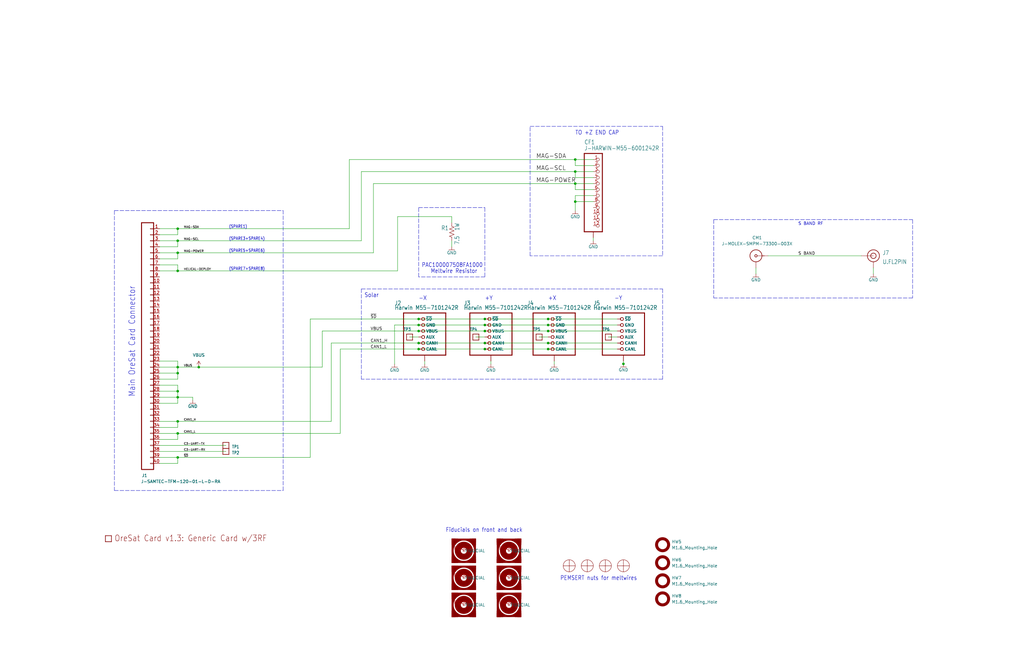
<source format=kicad_sch>
(kicad_sch (version 20211123) (generator eeschema)
  (paper "USLedger")
  (title_block (title "+Z End Card w/ Turnstile") (rev "1.0"))
  (lib_symbols
    (symbol "Device:R_US" (pin_numbers hide) (pin_names (offset 0))
      (property "Reference" "R" (at 2.54 0 90))
      (property "Value" "R_US" (at -2.54 0 90))
      (symbol "R_US_0_1"
        (polyline (pts (xy 0 -2.286) (xy 0 -2.54)))
        (polyline (pts (xy 0 2.286) (xy 0 2.54)))
        (polyline (pts (xy 0 -0.762) (xy 1.016 -1.143) (xy 0 -1.524) (xy -1.016 -1.905) (xy 0 -2.286)))
        (polyline (pts (xy 0 0.762) (xy 1.016 0.381) (xy 0 0) (xy -1.016 -0.381) (xy 0 -0.762)))
        (polyline (pts (xy 0 2.286) (xy 1.016 1.905) (xy 0 1.524) (xy -1.016 1.143) (xy 0 0.762)))
      )
      (symbol "R_US_1_1"
        (pin passive line (at 0 3.81 270) (length 1.27) (name "~") (number "1"))
        (pin passive line (at 0 -3.81 90) (length 1.27) (name "~") (number "2"))
      )
    )
    (symbol "OreSat-j-solar-card-connector:SOLAR-CARD-CONNECTOR"
      (property "Reference" "J4" (at -12.7 10.795 0))
      (property "Value" "Harwin M55-7101242R" (at -12.7 8.89 0))
      (symbol "SOLAR-CARD-CONNECTOR_1_0"
        (polyline (pts (xy -8.89 -10.16) (xy 8.89 -10.16)) (stroke (width 0.4064)))
        (polyline (pts (xy -8.89 7.62) (xy -8.89 -10.16)) (stroke (width 0.4064)))
        (polyline (pts (xy 8.89 -10.16) (xy 8.89 7.62)) (stroke (width 0.4064)))
        (polyline (pts (xy 8.89 7.62) (xy -8.89 7.62)) (stroke (width 0.4064)))
        (pin passive inverted (at -2.54 5.08 0) (length 2.54) (name "~{SD}") (number "1"))
        (pin passive inverted (at -2.54 -5.08 0) (length 2.54) (name "CANH") (number "10"))
        (pin passive inverted (at -2.54 -7.62 0) (length 2.54) (name "CANL") (number "11"))
        (pin passive inverted (at -2.54 -7.62 0) (length 2.54) (name "CANL") (number "12"))
        (pin passive inverted (at -2.54 5.08 0) (length 2.54) (name "~{SD}") (number "2"))
        (pin passive inverted (at -2.54 2.54 0) (length 2.54) (name "GND") (number "3"))
        (pin passive inverted (at -2.54 2.54 0) (length 2.54) (name "GND") (number "4"))
        (pin passive inverted (at -2.54 0 0) (length 2.54) (name "VBUS") (number "5"))
        (pin passive inverted (at -2.54 0 0) (length 2.54) (name "VBUS") (number "6"))
        (pin passive inverted (at -2.54 -2.54 0) (length 2.54) (name "AUX") (number "7"))
        (pin passive inverted (at -2.54 -2.54 0) (length 2.54) (name "AUX") (number "8"))
        (pin passive inverted (at -2.54 -5.08 0) (length 2.54) (name "CANH") (number "9"))
        (pin passive line (at 0 -12.7 90) (length 2.54) (name "SHIELD") (number "GND"))
      )
    )
    (symbol "oresat-connectors:J-MOLEX-SMPM-73300-003X"
      (property "Reference" "CM1" (at 5.08 -3.81 0))
      (property "Value" "J-MOLEX-SMPM-73300-003X" (at 5.08 -6.35 0))
      (symbol "J-MOLEX-SMPM-73300-003X_1_0"
        (polyline (pts (xy 0.508 0) (xy 3.556 0)) (stroke (width 0.1524)))
        (circle (center 0 0) (radius 0.508) (stroke (width 0.254)))
        (circle (center 0 0) (radius 2.54) (stroke (width 0.254)))
        (pin passive line (at 0 -5.08 90) (length 2.54) (name "SHIELD3") (number "GND"))
        (pin passive line (at 5.08 0 180) (length 2.54) (name "CENTER") (number "RF"))
      )
    )
    (symbol "oresat-connectors:J-SAMTEC-TFM-120-01-L-D-RA" (pin_names hide)
      (property "Reference" "J" (at -2.54 53.34 0))
      (property "Value" "J-SAMTEC-TFM-120-01-L-D-RA" (at 0 -55.88 0))
      (symbol "J-SAMTEC-TFM-120-01-L-D-RA_0_1"
        (rectangle (start -2.54 50.8) (end 2.54 -53.34) (stroke (width 0.4)))
        (rectangle (start 2.413 -50.673) (end 1.143 -50.927) (stroke (width 0.1524)))
        (rectangle (start 2.413 -48.133) (end 1.143 -48.387) (stroke (width 0.1524)))
        (rectangle (start 2.413 -45.593) (end 1.143 -45.847) (stroke (width 0.1524)))
        (rectangle (start 2.413 -43.053) (end 1.143 -43.307) (stroke (width 0.1524)))
        (rectangle (start 2.413 -40.513) (end 1.143 -40.767) (stroke (width 0.1524)))
        (rectangle (start 2.413 -37.973) (end 1.143 -38.227) (stroke (width 0.1524)))
        (rectangle (start 2.413 -35.433) (end 1.143 -35.687) (stroke (width 0.1524)))
        (rectangle (start 2.413 -32.893) (end 1.143 -33.147) (stroke (width 0.1524)))
        (rectangle (start 2.413 -30.353) (end 1.143 -30.607) (stroke (width 0.1524)))
        (rectangle (start 2.413 -27.813) (end 1.143 -28.067) (stroke (width 0.1524)))
        (rectangle (start 2.413 -25.273) (end 1.143 -25.527) (stroke (width 0.1524)))
        (rectangle (start 2.413 -22.733) (end 1.143 -22.987) (stroke (width 0.1524)))
        (rectangle (start 2.413 -20.193) (end 1.143 -20.447) (stroke (width 0.1524)))
        (rectangle (start 2.413 -17.653) (end 1.143 -17.907) (stroke (width 0.1524)))
        (rectangle (start 2.413 -15.113) (end 1.143 -15.367) (stroke (width 0.1524)))
        (rectangle (start 2.413 -12.573) (end 1.143 -12.827) (stroke (width 0.1524)))
        (rectangle (start 2.413 -10.033) (end 1.143 -10.287) (stroke (width 0.1524)))
        (rectangle (start 2.413 -7.493) (end 1.143 -7.747) (stroke (width 0.1524)))
        (rectangle (start 2.413 -4.953) (end 1.143 -5.207) (stroke (width 0.1524)))
        (rectangle (start 2.413 -2.413) (end 1.143 -2.667) (stroke (width 0.1524)))
        (rectangle (start 2.413 0.127) (end 1.143 -0.127) (stroke (width 0.1524)))
        (rectangle (start 2.413 2.667) (end 1.143 2.413) (stroke (width 0.1524)))
        (rectangle (start 2.413 5.207) (end 1.143 4.953) (stroke (width 0.1524)))
        (rectangle (start 2.413 7.747) (end 1.143 7.493) (stroke (width 0.1524)))
        (rectangle (start 2.413 10.287) (end 1.143 10.033) (stroke (width 0.1524)))
        (rectangle (start 2.413 12.827) (end 1.143 12.573) (stroke (width 0.1524)))
        (rectangle (start 2.413 15.367) (end 1.143 15.113) (stroke (width 0.1524)))
        (rectangle (start 2.413 17.907) (end 1.143 17.653) (stroke (width 0.1524)))
        (rectangle (start 2.413 20.447) (end 1.143 20.193) (stroke (width 0.1524)))
        (rectangle (start 2.413 22.987) (end 1.143 22.733) (stroke (width 0.1524)))
        (rectangle (start 2.413 25.527) (end 1.143 25.273) (stroke (width 0.1524)))
        (rectangle (start 2.413 28.067) (end 1.143 27.813) (stroke (width 0.1524)))
        (rectangle (start 2.413 30.607) (end 1.143 30.353) (stroke (width 0.1524)))
        (rectangle (start 2.413 33.147) (end 1.143 32.893) (stroke (width 0.1524)))
        (rectangle (start 2.413 35.687) (end 1.143 35.433) (stroke (width 0.1524)))
        (rectangle (start 2.413 38.227) (end 1.143 37.973) (stroke (width 0.1524)))
        (rectangle (start 2.413 40.767) (end 1.143 40.513) (stroke (width 0.1524)))
        (rectangle (start 2.413 43.307) (end 1.143 43.053) (stroke (width 0.1524)))
        (rectangle (start 2.413 45.847) (end 1.143 45.593) (stroke (width 0.1524)))
        (rectangle (start 2.413 48.387) (end 1.143 48.133) (stroke (width 0.1524)))
      )
      (symbol "J-SAMTEC-TFM-120-01-L-D-RA_1_1"
        (pin passive line (at 5.08 48.26 180) (length 2.54) (name "") (number "1"))
        (pin passive line (at 5.08 25.4 180) (length 2.54) (name "") (number "10"))
        (pin passive line (at 5.08 22.86 180) (length 2.54) (name "") (number "11"))
        (pin passive line (at 5.08 20.32 180) (length 2.54) (name "") (number "12"))
        (pin passive line (at 5.08 17.78 180) (length 2.54) (name "") (number "13"))
        (pin passive line (at 5.08 15.24 180) (length 2.54) (name "") (number "14"))
        (pin passive line (at 5.08 12.7 180) (length 2.54) (name "") (number "15"))
        (pin passive line (at 5.08 10.16 180) (length 2.54) (name "") (number "16"))
        (pin passive line (at 5.08 7.62 180) (length 2.54) (name "") (number "17"))
        (pin passive line (at 5.08 5.08 180) (length 2.54) (name "") (number "18"))
        (pin passive line (at 5.08 2.54 180) (length 2.54) (name "") (number "19"))
        (pin passive line (at 5.08 45.72 180) (length 2.54) (name "") (number "2"))
        (pin passive line (at 5.08 0 180) (length 2.54) (name "") (number "20"))
        (pin passive line (at 5.08 -2.54 180) (length 2.54) (name "") (number "21"))
        (pin passive line (at 5.08 -5.08 180) (length 2.54) (name "") (number "22"))
        (pin passive line (at 5.08 -7.62 180) (length 2.54) (name "") (number "23"))
        (pin passive line (at 5.08 -10.16 180) (length 2.54) (name "") (number "24"))
        (pin passive line (at 5.08 -12.7 180) (length 2.54) (name "") (number "25"))
        (pin passive line (at 5.08 -15.24 180) (length 2.54) (name "") (number "26"))
        (pin passive line (at 5.08 -17.78 180) (length 2.54) (name "") (number "27"))
        (pin passive line (at 5.08 -20.32 180) (length 2.54) (name "") (number "28"))
        (pin passive line (at 5.08 -22.86 180) (length 2.54) (name "") (number "29"))
        (pin passive line (at 5.08 43.18 180) (length 2.54) (name "") (number "3"))
        (pin passive line (at 5.08 -25.4 180) (length 2.54) (name "") (number "30"))
        (pin passive line (at 5.08 -27.94 180) (length 2.54) (name "") (number "31"))
        (pin passive line (at 5.08 -30.48 180) (length 2.54) (name "") (number "32"))
        (pin passive line (at 5.08 -33.02 180) (length 2.54) (name "") (number "33"))
        (pin passive line (at 5.08 -35.56 180) (length 2.54) (name "") (number "34"))
        (pin passive line (at 5.08 -38.1 180) (length 2.54) (name "") (number "35"))
        (pin passive line (at 5.08 -40.64 180) (length 2.54) (name "") (number "36"))
        (pin passive line (at 5.08 -43.18 180) (length 2.54) (name "") (number "37"))
        (pin passive line (at 5.08 -45.72 180) (length 2.54) (name "") (number "38"))
        (pin passive line (at 5.08 -48.26 180) (length 2.54) (name "") (number "39"))
        (pin passive line (at 5.08 40.64 180) (length 2.54) (name "") (number "4"))
        (pin passive line (at 5.08 -50.8 180) (length 2.54) (name "") (number "40"))
        (pin passive line (at 5.08 38.1 180) (length 2.54) (name "") (number "5"))
        (pin passive line (at 5.08 35.56 180) (length 2.54) (name "") (number "6"))
        (pin passive line (at 5.08 33.02 180) (length 2.54) (name "") (number "7"))
        (pin passive line (at 5.08 30.48 180) (length 2.54) (name "") (number "8"))
        (pin passive line (at 5.08 27.94 180) (length 2.54) (name "") (number "9"))
      )
    )
    (symbol "oresat-connectors:U.FL2PIN"
      (property "Reference" "J2" (at -2.54 -5.08 0))
      (property "Value" "U.FL" (at -2.54 -7.62 0))
      (symbol "U.FL2PIN_1_0"
        (circle (center 0 0) (radius 1.1359) (stroke (width 0.254)))
        (circle (center 0 0) (radius 2.54) (stroke (width 0.254)))
        (pin bidirectional line (at 5.08 0 180) (length 5.08) (name "SIGNAL") (number "FEED"))
        (pin bidirectional line (at 0 -5.08 90) (length 2.54) (name "GND") (number "GND"))
      )
    )
    (symbol "oresat-misc:M1.6_Mounting_Hole" (pin_numbers hide) (pin_names (offset 0) hide) (in_bom no)
      (property "Reference" "HW" (at 0 5.08 0))
      (property "Value" "M1.6_Mounting_Hole" (at 0 -5.08 0))
      (symbol "M1.6_Mounting_Hole_0_1"
        (circle (center 0 0) (radius 2.54) (stroke (width 1.27)))
      )
    )
    (symbol "oresat-power:GND" (power) (pin_names (offset 0))
      (property "Value" "GND" (at 0 -2.54 0))
      (symbol "GND_0_1"
        (polyline (pts (xy 0 0) (xy 0 -1.27) (xy 1.27 -1.27) (xy 0 -1.27) (xy -1.27 -1.27) (xy 0 -1.27)))
      )
      (symbol "GND_1_1"
        (pin power_in line (at 0 0 270) (length 0) hide (name "GND") (number "1"))
      )
    )
    (symbol "oresat-power:VBUS" (power) (pin_names (offset 0))
      (property "Value" "VBUS" (at 0 3.556 0))
      (symbol "VBUS_0_1"
        (polyline (pts (xy -0.762 1.27) (xy 0 2.54)))
        (polyline (pts (xy 0 0) (xy 0 2.54)))
        (polyline (pts (xy 0 2.54) (xy 0.762 1.27)))
      )
      (symbol "VBUS_1_1"
        (pin power_in line (at 0 0 90) (length 0) hide (name "VBUS") (number "1"))
      )
    )
    (symbol "plusz-end-card-with-turnstile-eagle-import:FIDUCIAL-1.0X2.0"
      (symbol "FIDUCIAL-1.0X2.0_1_0"
        (rectangle (start -5.08 -5.08) (end -3.556 -2.54) (fill (type outline)))
        (rectangle (start -5.08 -5.08) (end -2.54 -3.556) (fill (type outline)))
        (rectangle (start -5.08 2.54) (end -3.556 5.08) (fill (type outline)))
        (rectangle (start -5.08 3.556) (end -2.54 5.08) (fill (type outline)))
        (polyline (pts (xy -5.08 -5.08) (xy -5.08 5.08)) (stroke (width 0.127)))
        (polyline (pts (xy -5.08 -5.08) (xy 5.08 -5.08)) (stroke (width 0.127)))
        (polyline (pts (xy -5.08 5.08) (xy 5.08 5.08)) (stroke (width 0.127)))
        (polyline (pts (xy -4.699 2.54) (xy -4.699 -2.54)) (stroke (width 0.762)))
        (polyline (pts (xy -2.54 -4.699) (xy 2.54 -4.699)) (stroke (width 0.762)))
        (polyline (pts (xy -2.54 4.699) (xy 2.54 4.699)) (stroke (width 0.762)))
        (polyline (pts (xy 4.699 -2.54) (xy 4.699 2.54)) (stroke (width 0.762)))
        (polyline (pts (xy 5.08 5.08) (xy 5.08 -5.08)) (stroke (width 0.127)))
        (circle (center 0 0) (radius 2.54) (stroke (width 2.54)))
        (circle (center 0 0) (radius 4.699) (stroke (width 0.762)))
        (rectangle (start 2.54 -5.08) (end 5.08 -3.556) (fill (type outline)))
        (rectangle (start 2.54 3.556) (end 5.08 5.08) (fill (type outline)))
        (rectangle (start 3.556 -5.08) (end 5.08 -2.54) (fill (type outline)))
        (rectangle (start 3.556 2.54) (end 5.08 5.08) (fill (type outline)))
        (pin no_connect line (at 0 0 0) (length 0) (name "FIDUCIAL") (number "FIDUCIAL"))
      )
    )
    (symbol "plusz-end-card-with-turnstile-eagle-import:J-HARWIN-M55-60X1242R"
      (property "Reference" "CF" (at -6.35 19.05 0))
      (property "Value" "J-HARWIN-M55-60X1242R" (at -6.35 16.51 0))
      (symbol "J-HARWIN-M55-60X1242R_1_0"
        (polyline (pts (xy -6.35 -17.78) (xy 1.27 -17.78)) (stroke (width 0.4064)))
        (polyline (pts (xy -6.35 15.24) (xy -6.35 -17.78)) (stroke (width 0.4064)))
        (polyline (pts (xy 1.27 -17.78) (xy 1.27 15.24)) (stroke (width 0.4064)))
        (polyline (pts (xy 1.27 15.24) (xy -6.35 15.24)) (stroke (width 0.4064)))
        (pin passive inverted (at -2.54 12.7 0) (length 2.54) (name "1") (number "1"))
        (pin passive inverted (at -2.54 -10.16 0) (length 2.54) (name "10") (number "10"))
        (pin passive inverted (at -2.54 -12.7 0) (length 2.54) (name "11") (number "11"))
        (pin passive inverted (at -2.54 -15.24 0) (length 2.54) (name "12") (number "12"))
        (pin passive inverted (at -2.54 10.16 0) (length 2.54) (name "2") (number "2"))
        (pin passive inverted (at -2.54 7.62 0) (length 2.54) (name "3") (number "3"))
        (pin passive inverted (at -2.54 5.08 0) (length 2.54) (name "4") (number "4"))
        (pin passive inverted (at -2.54 2.54 0) (length 2.54) (name "5") (number "5"))
        (pin passive inverted (at -2.54 0 0) (length 2.54) (name "6") (number "6"))
        (pin passive inverted (at -2.54 -2.54 0) (length 2.54) (name "7") (number "7"))
        (pin passive inverted (at -2.54 -5.08 0) (length 2.54) (name "8") (number "8"))
        (pin passive inverted (at -2.54 -7.62 0) (length 2.54) (name "9") (number "9"))
        (pin passive line (at -2.54 -20.32 90) (length 2.54) (name "SHIELDS") (number "P$1"))
        (pin passive line (at -2.54 -20.32 90) (length 2.54) (name "SHIELDS") (number "P$2"))
        (pin passive line (at -2.54 -20.32 90) (length 2.54) (name "SHIELDS") (number "P$3"))
        (pin passive line (at -2.54 -20.32 90) (length 2.54) (name "SHIELDS") (number "P$4"))
      )
    )
    (symbol "plusz-end-card-with-turnstile-eagle-import:MCMASTER-94100A150"
      (symbol "MCMASTER-94100A150_1_0"
        (polyline (pts (xy 0 -2.54) (xy 0 0)) (stroke (width 0.1524)))
        (polyline (pts (xy 0 0) (xy -2.54 0)) (stroke (width 0.1524)))
        (polyline (pts (xy 0 0) (xy 2.54 0)) (stroke (width 0.1524)))
        (polyline (pts (xy 0 2.54) (xy 0 0)) (stroke (width 0.1524)))
        (circle (center 0 0) (radius 2.54) (stroke (width 0.1524)))
      )
    )
    (symbol "plusz-end-card-with-turnstile-eagle-import:ORESAT-CARD-V1.3-GENERIC-3RF"
      (symbol "ORESAT-CARD-V1.3-GENERIC-3RF_1_0"
        (polyline (pts (xy -1.27 -1.27) (xy 1.27 -1.27)) (stroke (width 0.254)))
        (polyline (pts (xy -1.27 1.27) (xy -1.27 -1.27)) (stroke (width 0.254)))
        (polyline (pts (xy 1.27 -1.27) (xy 1.27 1.27)) (stroke (width 0.254)))
        (polyline (pts (xy 1.27 1.27) (xy -1.27 1.27)) (stroke (width 0.254)))
        (text "OreSat Card v1.3: Generic Card w/3RF" (at 2.54 -1.27 0) (effects (font (size 2.54 2.159)) (justify left bottom)))
      )
    )
    (symbol "plusz-end-card-with-turnstile-eagle-import:TEST-POINT-LARGE-SQUARE"
      (property "Reference" "TP" (at -2.54 2.54 0))
      (symbol "TEST-POINT-LARGE-SQUARE_1_0"
        (polyline (pts (xy -1.27 -1.27) (xy -1.27 1.27)) (stroke (width 0.254)))
        (polyline (pts (xy -1.27 1.27) (xy 1.27 1.27)) (stroke (width 0.254)))
        (polyline (pts (xy 1.27 -1.27) (xy -1.27 -1.27)) (stroke (width 0.254)))
        (polyline (pts (xy 1.27 1.27) (xy 1.27 -1.27)) (stroke (width 0.254)))
        (pin passive line (at 0 0 0) (length 0) (name "1") (number "1"))
      )
    )
  )
  (junction (at 231.14 144.78))
  (junction (at 74.93 96.52))
  (junction (at 204.47 147.32))
  (junction (at 242.57 85.09))
  (junction (at 242.57 72.39))
  (junction (at 176.53 139.7))
  (junction (at 176.53 147.32))
  (junction (at 74.93 101.6))
  (junction (at 231.14 134.62))
  (junction (at 204.47 134.62))
  (junction (at 204.47 139.7))
  (junction (at 204.47 144.78))
  (junction (at 74.93 154.94))
  (junction (at 242.57 77.47))
  (junction (at 74.93 193.04))
  (junction (at 176.53 144.78))
  (junction (at 74.93 182.88))
  (junction (at 176.53 134.62))
  (junction (at 74.93 106.68))
  (junction (at 231.14 137.16))
  (junction (at 242.57 67.31))
  (junction (at 231.14 139.7))
  (junction (at 83.82 154.94))
  (junction (at 204.47 137.16))
  (junction (at 74.93 165.1))
  (junction (at 74.93 114.3))
  (junction (at 74.93 177.8))
  (junction (at 74.93 167.64))
  (junction (at 262.89 153.5498))
  (junction (at 176.53 137.16))
  (junction (at 74.93 157.48))
  (junction (at 231.14 147.32))
  (wire (pts (xy 262.89 153.5498) (xy 262.89 152.4)))
  (wire (pts (xy 74.93 165.1) (xy 74.93 167.64)))
  (wire (pts (xy 67.31 114.3) (xy 74.93 114.3)))
  (polyline (pts (xy 204.47 116.84) (xy 176.53 116.84)))
  (wire (pts (xy 318.77 115.57) (xy 318.77 113.03)))
  (polyline (pts (xy 300.99 92.71) (xy 300.99 125.73)))
  (polyline (pts (xy 48.26 88.9) (xy 48.26 207.01)))
  (wire (pts (xy 242.57 85.09) (xy 250.19 85.09)))
  (wire (pts (xy 74.93 165.1) (xy 74.93 162.56)))
  (wire (pts (xy 250.19 77.47) (xy 242.57 77.47)))
  (wire (pts (xy 190.5 91.44) (xy 190.5 93.98)))
  (wire (pts (xy 74.93 101.6) (xy 67.31 101.6)))
  (wire (pts (xy 67.31 180.34) (xy 74.93 180.34)))
  (wire (pts (xy 176.53 147.32) (xy 143.51 147.32)))
  (wire (pts (xy 135.89 139.7) (xy 135.89 154.94)))
  (wire (pts (xy 204.47 134.62) (xy 176.53 134.62)))
  (wire (pts (xy 74.93 154.94) (xy 74.93 152.4)))
  (wire (pts (xy 67.31 182.88) (xy 74.93 182.88)))
  (wire (pts (xy 242.57 82.55) (xy 242.57 85.09)))
  (wire (pts (xy 67.31 111.76) (xy 74.93 111.76)))
  (polyline (pts (xy 176.53 116.84) (xy 176.53 87.63)))
  (wire (pts (xy 74.93 111.76) (xy 74.93 114.3)))
  (polyline (pts (xy 279.4 107.95) (xy 223.52 107.95)))
  (wire (pts (xy 242.57 69.85) (xy 250.19 69.85)))
  (wire (pts (xy 139.7 144.78) (xy 139.7 177.8)))
  (wire (pts (xy 67.31 167.64) (xy 74.93 167.64)))
  (wire (pts (xy 250.19 67.31) (xy 242.57 67.31)))
  (wire (pts (xy 74.93 96.52) (xy 67.31 96.52)))
  (wire (pts (xy 167.64 114.3) (xy 167.64 91.44)))
  (wire (pts (xy 67.31 109.22) (xy 74.93 109.22)))
  (polyline (pts (xy 48.26 207.01) (xy 119.38 207.01)))
  (polyline (pts (xy 279.4 121.92) (xy 279.4 160.02)))
  (wire (pts (xy 368.3 115.57) (xy 368.3 113.03)))
  (wire (pts (xy 200.66 142.24) (xy 204.47 142.24)))
  (wire (pts (xy 67.31 165.1) (xy 74.93 165.1)))
  (wire (pts (xy 74.93 180.34) (xy 74.93 177.8)))
  (wire (pts (xy 176.53 142.24) (xy 172.72 142.24)))
  (polyline (pts (xy 279.4 160.02) (xy 152.4 160.02)))
  (wire (pts (xy 231.14 147.32) (xy 260.35 147.32)))
  (wire (pts (xy 74.93 170.18) (xy 74.93 167.64)))
  (wire (pts (xy 74.93 154.94) (xy 67.31 154.94)))
  (wire (pts (xy 242.57 88.9) (xy 242.57 85.09)))
  (wire (pts (xy 323.85 107.95) (xy 363.22 107.95)))
  (wire (pts (xy 130.81 134.62) (xy 130.81 193.04)))
  (wire (pts (xy 256.54 142.24) (xy 260.35 142.24)))
  (wire (pts (xy 74.93 193.04) (xy 67.31 193.04)))
  (polyline (pts (xy 384.81 125.73) (xy 300.99 125.73)))
  (polyline (pts (xy 152.4 121.92) (xy 152.4 160.02)))
  (wire (pts (xy 67.31 185.42) (xy 74.93 185.42)))
  (polyline (pts (xy 152.4 121.92) (xy 279.4 121.92)))
  (wire (pts (xy 167.64 91.44) (xy 190.5 91.44)))
  (wire (pts (xy 74.93 104.14) (xy 74.93 101.6)))
  (wire (pts (xy 176.53 134.62) (xy 130.81 134.62)))
  (polyline (pts (xy 384.81 92.71) (xy 384.81 125.73)))
  (wire (pts (xy 231.14 134.62) (xy 204.47 134.62)))
  (wire (pts (xy 81.28 167.64) (xy 81.28 168.91)))
  (wire (pts (xy 207.01 153.67) (xy 207.01 152.4)))
  (wire (pts (xy 260.35 139.7) (xy 231.14 139.7)))
  (wire (pts (xy 233.68 153.67) (xy 233.68 152.4)))
  (wire (pts (xy 74.93 177.8) (xy 139.7 177.8)))
  (wire (pts (xy 231.14 139.7) (xy 204.47 139.7)))
  (wire (pts (xy 74.93 185.42) (xy 74.93 182.88)))
  (wire (pts (xy 74.93 193.04) (xy 130.81 193.04)))
  (wire (pts (xy 74.93 195.58) (xy 74.93 193.04)))
  (wire (pts (xy 74.93 114.3) (xy 167.64 114.3)))
  (wire (pts (xy 147.32 96.52) (xy 147.32 67.31)))
  (wire (pts (xy 152.4 72.39) (xy 152.4 101.6)))
  (wire (pts (xy 176.53 144.78) (xy 204.47 144.78)))
  (wire (pts (xy 242.57 72.39) (xy 242.57 74.93)))
  (polyline (pts (xy 279.4 53.34) (xy 279.4 107.95)))
  (wire (pts (xy 179.07 153.67) (xy 179.07 152.4)))
  (wire (pts (xy 157.48 106.68) (xy 157.48 77.47)))
  (wire (pts (xy 250.19 82.55) (xy 242.57 82.55)))
  (wire (pts (xy 74.93 109.22) (xy 74.93 106.68)))
  (polyline (pts (xy 223.52 53.34) (xy 279.4 53.34)))
  (wire (pts (xy 74.93 106.68) (xy 67.31 106.68)))
  (wire (pts (xy 231.14 144.78) (xy 260.35 144.78)))
  (wire (pts (xy 67.31 177.8) (xy 74.93 177.8)))
  (wire (pts (xy 74.93 157.48) (xy 74.93 154.94)))
  (wire (pts (xy 176.53 147.32) (xy 204.47 147.32)))
  (wire (pts (xy 67.31 157.48) (xy 74.93 157.48)))
  (wire (pts (xy 242.57 80.01) (xy 250.19 80.01)))
  (polyline (pts (xy 223.52 107.95) (xy 223.52 53.34)))
  (wire (pts (xy 250.19 101.6) (xy 250.19 100.33)))
  (wire (pts (xy 204.47 147.32) (xy 231.14 147.32)))
  (wire (pts (xy 242.57 74.93) (xy 250.19 74.93)))
  (wire (pts (xy 147.32 67.31) (xy 242.57 67.31)))
  (wire (pts (xy 157.48 77.47) (xy 242.57 77.47)))
  (wire (pts (xy 95.25 187.96) (xy 67.31 187.96)))
  (polyline (pts (xy 300.99 92.71) (xy 384.81 92.71)))
  (wire (pts (xy 231.14 137.16) (xy 260.35 137.16)))
  (wire (pts (xy 176.53 144.78) (xy 139.7 144.78)))
  (wire (pts (xy 231.14 142.24) (xy 227.33 142.24)))
  (wire (pts (xy 262.89 153.67) (xy 262.89 153.5498)))
  (wire (pts (xy 67.31 104.14) (xy 74.93 104.14)))
  (wire (pts (xy 67.31 99.06) (xy 74.93 99.06)))
  (wire (pts (xy 242.57 72.39) (xy 152.4 72.39)))
  (wire (pts (xy 166.37 137.16) (xy 176.53 137.16)))
  (wire (pts (xy 166.37 153.67) (xy 166.37 137.16)))
  (wire (pts (xy 242.57 67.31) (xy 242.57 69.85)))
  (wire (pts (xy 190.5 101.6) (xy 190.5 104.14)))
  (wire (pts (xy 67.31 195.58) (xy 74.93 195.58)))
  (wire (pts (xy 74.93 99.06) (xy 74.93 96.52)))
  (polyline (pts (xy 48.26 88.9) (xy 119.38 88.9)))
  (wire (pts (xy 74.93 154.94) (xy 83.82 154.94)))
  (wire (pts (xy 67.31 190.5) (xy 95.25 190.5)))
  (wire (pts (xy 143.51 147.32) (xy 143.51 182.88)))
  (wire (pts (xy 74.93 101.6) (xy 152.4 101.6)))
  (wire (pts (xy 74.93 96.52) (xy 147.32 96.52)))
  (wire (pts (xy 204.47 139.7) (xy 176.53 139.7)))
  (wire (pts (xy 176.53 139.7) (xy 135.89 139.7)))
  (wire (pts (xy 242.57 77.47) (xy 242.57 80.01)))
  (wire (pts (xy 74.93 160.02) (xy 74.93 157.48)))
  (wire (pts (xy 67.31 170.18) (xy 74.93 170.18)))
  (polyline (pts (xy 204.47 87.63) (xy 204.47 116.84)))
  (wire (pts (xy 83.82 154.94) (xy 135.89 154.94)))
  (wire (pts (xy 260.35 134.62) (xy 231.14 134.62)))
  (wire (pts (xy 74.93 167.64) (xy 81.28 167.64)))
  (wire (pts (xy 204.47 144.78) (xy 231.14 144.78)))
  (polyline (pts (xy 119.38 207.01) (xy 119.38 88.9)))
  (wire (pts (xy 204.47 137.16) (xy 231.14 137.16)))
  (wire (pts (xy 143.51 182.88) (xy 74.93 182.88)))
  (wire (pts (xy 176.53 137.16) (xy 204.47 137.16)))
  (wire (pts (xy 67.31 160.02) (xy 74.93 160.02)))
  (wire (pts (xy 67.31 162.56) (xy 74.93 162.56)))
  (wire (pts (xy 74.93 152.4) (xy 67.31 152.4)))
  (wire (pts (xy 74.93 106.68) (xy 157.48 106.68)))
  (wire (pts (xy 250.19 72.39) (xy 242.57 72.39)))
  (polyline (pts (xy 176.53 87.63) (xy 204.47 87.63)))
  (text "TO +Z END CAP" (at 242.57 57.15 180) (effects (font (size 1.778 1.5113)) (justify left bottom)))
  (text "(SPARE7+SPARE8)" (at 96.52 114.3 180) (effects (font (size 1.27 1.0795)) (justify left bottom)))
  (text "Meltwire Resistor" (at 181.61 115.57 180) (effects (font (size 1.778 1.5113)) (justify left bottom)))
  (text "Fiducials on front and back" (at 187.96 224.79 180) (effects (font (size 1.778 1.5113)) (justify left bottom)))
  (text "-X" (at 176.53 127 180) (effects (font (size 1.778 1.5113)) (justify left bottom)))
  (text "S BAND RF" (at 336.55 95.25 0) (effects (font (size 1.27 1.27)) (justify left bottom)))
  (text "Solar" (at 153.67 125.73 180) (effects (font (size 1.778 1.5113)) (justify left bottom)))
  (text "PAC100007508FA1000" (at 177.8 113.03 180) (effects (font (size 1.778 1.5113)) (justify left bottom)))
  (text "(SPARE1)" (at 96.52 96.52 180) (effects (font (size 1.27 1.0795)) (justify left bottom)))
  (text "-Y" (at 259.08 127 180) (effects (font (size 1.778 1.5113)) (justify left bottom)))
  (text "(SPARE3+SPARE4)" (at 96.52 101.6 180) (effects (font (size 1.27 1.0795)) (justify left bottom)))
  (text "PEMSERT nuts for meltwires" (at 236.22 245.11 180) (effects (font (size 1.778 1.5113)) (justify left bottom)))
  (text "+X" (at 231.14 127 180) (effects (font (size 1.778 1.5113)) (justify left bottom)))
  (text "+Y" (at 204.47 127 180) (effects (font (size 1.778 1.5113)) (justify left bottom)))
  (text "Main OreSat Card Connector" (at 57.15 167.64 90) (effects (font (size 2.54 2.159)) (justify left bottom)))
  (text "(SPARE5+SPARE6)" (at 96.52 106.68 180) (effects (font (size 1.27 1.0795)) (justify left bottom)))
  (label "S BAND" (at 336.55 107.95 0) (effects (font (size 1.2446 1.2446))))
  (label "CAN1_L" (at 77.47 182.88 0) (effects (font (size 0.889 0.889))))
  (label "MAG-POWER" (at 226.06 77.47 0) (effects (font (size 1.778 1.778))))
  (label "MAG-POWER" (at 77.47 106.68 0) (effects (font (size 0.889 0.889))))
  (label "MAG-SDA" (at 226.06 67.31 0) (effects (font (size 1.778 1.778))))
  (label "HELICAL-DEPLOY" (at 77.47 114.3 0) (effects (font (size 0.889 0.889))))
  (label "VBUS" (at 156.21 139.7 0) (effects (font (size 1.2446 1.2446))))
  (label "C3-UART-TX" (at 77.47 187.96 0) (effects (font (size 0.889 0.889))))
  (label "MAG-SCL" (at 226.06 72.39 0) (effects (font (size 1.778 1.778))))
  (label "~{SD}" (at 77.47 193.04 0) (effects (font (size 0.889 0.889))))
  (label "CAN1_L" (at 156.21 147.32 0) (effects (font (size 1.2446 1.2446))))
  (label "MAG-SCL" (at 77.47 101.6 0) (effects (font (size 0.889 0.889))))
  (label "~{SD}" (at 156.21 134.62 0) (effects (font (size 1.2446 1.2446))))
  (label "C3-UART-RX" (at 77.47 190.5 0) (effects (font (size 0.889 0.889))))
  (label "MAG-SDA" (at 77.47 96.52 0) (effects (font (size 0.889 0.889))))
  (label "CAN1_H" (at 77.47 177.8 0) (effects (font (size 0.889 0.889))))
  (label "VBUS" (at 77.47 154.94 0) (effects (font (size 0.889 0.889))))
  (label "CAN1_H" (at 156.21 144.78 0) (effects (font (size 1.2446 1.2446))))
  (symbol (lib_id "oresat-misc:M1.6_Mounting_Hole") (at 279.4 245.11 0) (unit 1) (in_bom no)
    (property "Reference" "HW7" (at 283.21 243.8399 0) (effects (justify left)))
    (property "Value" "M1.6_Mounting_Hole" (at 283.21 246.3799 0) (effects (justify left)))
    (property "Footprint" "oresat-misc:M1.6 Mounting Hole" (effects hide))
  )
  (symbol (lib_id "oresat-misc:M1.6_Mounting_Hole") (at 279.4 237.49 0) (unit 1) (in_bom no)
    (property "Reference" "HW6" (at 283.21 236.2199 0) (effects (justify left)))
    (property "Value" "M1.6_Mounting_Hole" (at 283.21 238.7599 0) (effects (justify left)))
    (property "Footprint" "oresat-misc:M1.6 Mounting Hole" (effects hide))
  )
  (symbol (lib_id "oresat-power:VBUS") (at 83.82 154.94 0) (unit 1)
    (property "Reference" "#VBUS01" (effects hide))
    (property "Value" "VBUS" (at 83.82 149.86 0))
  )
  (symbol (lib_id "plusz-end-card-with-turnstile-eagle-import:ORESAT-CARD-V1.3-GENERIC-3RF") (at 45.72 227.33 0) (unit 1)
    (property "Reference" "PCB1" (effects hide))
    (property "Value" "ORESAT-CARD-V1.3-GENERIC-3RF" (effects hide))
    (property "Footprint" "plusz-end-card-with-turnstile:ORESAT-CARD-V1.3-GENERIC-3RF" (effects hide))
  )
  (symbol (lib_id "plusz-end-card-with-turnstile-eagle-import:TEST-POINT-LARGE-SQUARE") (at 227.33 142.24 0) (unit 1)
    (property "Reference" "TP5" (at 224.79 139.7 0) (effects (font (size 1.27 1.0795)) (justify left bottom)))
    (property "Value" "TEST-POINT-LARGE-SQUARE" (effects hide))
    (property "Footprint" "plusz-end-card-with-turnstile:1X01" (effects hide))
  )
  (symbol (lib_id "oresat-connectors:U.FL2PIN") (at 368.3 107.95 0) (mirror y) (unit 1)
    (property "Reference" "J7" (at 372.11 106.68 0) (effects (font (size 1.778 1.5113)) (justify right)))
    (property "Value" "U.FL2PIN" (at 372.11 110.49 0) (effects (font (size 1.778 1.5113)) (justify right)))
    (property "Footprint" "oresat-connectors:U.FL_Molex_MCRF_73412-0110_Vertical" (effects hide))
  )
  (symbol (lib_id "plusz-end-card-with-turnstile-eagle-import:MCMASTER-94100A150") (at 262.89 238.76 0) (unit 1)
    (property "Reference" "HW4" (effects hide))
    (property "Value" "MCMASTER-94100A150" (effects hide))
    (property "Footprint" "oresat-footprints:H-MCMASTER-94100A150" (effects hide))
  )
  (symbol (lib_id "oresat-power:GND") (at 368.3 115.57 0) (unit 1)
    (property "Reference" "#GND011" (effects hide))
    (property "Value" "GND" (at 368.3 118.11 0))
  )
  (symbol (lib_id "plusz-end-card-with-turnstile-eagle-import:J-HARWIN-M55-60X1242R") (at 252.73 80.01 0) (unit 1)
    (property "Reference" "CF1" (at 246.38 60.96 0) (effects (font (size 1.778 1.5113)) (justify left bottom)))
    (property "Value" "J-HARWIN-M55-6001242R" (at 246.38 63.5 0) (effects (font (size 1.778 1.5113)) (justify left bottom)))
    (property "Footprint" "plusz-end-card-with-turnstile:HARWIN-M55-60X1242R" (effects hide))
  )
  (symbol (lib_id "plusz-end-card-with-turnstile-eagle-import:TEST-POINT-LARGE-SQUARE") (at 95.25 187.96 0) (unit 1)
    (property "Reference" "TP1" (at 97.79 189.23 0) (effects (font (size 1.27 1.0795)) (justify left bottom)))
    (property "Value" "TEST-POINT-LARGE-SQUARE" (effects hide))
    (property "Footprint" "plusz-end-card-with-turnstile:1X01" (effects hide))
  )
  (symbol (lib_id "plusz-end-card-with-turnstile-eagle-import:MCMASTER-94100A150") (at 247.65 238.76 0) (unit 1)
    (property "Reference" "HW2" (effects hide))
    (property "Value" "MCMASTER-94100A150" (effects hide))
    (property "Footprint" "oresat-footprints:H-MCMASTER-94100A150" (effects hide))
  )
  (symbol (lib_id "oresat-connectors:J-SAMTEC-TFM-120-01-L-D-RA") (at 62.23 144.78 0) (unit 1)
    (property "Reference" "J1" (at 60.96 200.66 0))
    (property "Value" "J-SAMTEC-TFM-120-01-L-D-RA" (at 76.2 203.2 0))
    (property "Footprint" "oresat-connectors:J-SAMTEC-TFM-120-X1-XXX-D-RA" (effects hide))
  )
  (symbol (lib_id "plusz-end-card-with-turnstile-eagle-import:FIDUCIAL-1.0X2.0") (at 195.58 243.84 0) (unit 1)
    (property "Reference" "FIDUCIAL2" (effects hide))
    (property "Value" "FIDUCIAL-1.0X2.0" (effects hide))
    (property "Footprint" "plusz-end-card-with-turnstile:FIDUCIAL-1.0X2.0" (effects hide))
  )
  (symbol (lib_id "plusz-end-card-with-turnstile-eagle-import:FIDUCIAL-1.0X2.0") (at 214.63 255.27 0) (unit 1)
    (property "Reference" "FIDUCIAL6" (effects hide))
    (property "Value" "FIDUCIAL-1.0X2.0" (effects hide))
    (property "Footprint" "plusz-end-card-with-turnstile:FIDUCIAL-1.0X2.0" (effects hide))
  )
  (symbol (lib_id "OreSat-j-solar-card-connector:SOLAR-CARD-CONNECTOR") (at 179.07 139.7 0) (unit 1)
    (property "Reference" "J2" (at 166.37 128.905 0) (effects (font (size 1.778 1.5113)) (justify left bottom)))
    (property "Value" "Harwin M55-7101242R" (at 166.37 130.81 0) (effects (font (size 1.778 1.5113)) (justify left bottom)))
    (property "Footprint" "oresat-footprints:J-Harwin-M55-7101242R" (effects hide))
  )
  (symbol (lib_id "plusz-end-card-with-turnstile-eagle-import:MCMASTER-94100A150") (at 255.27 238.76 0) (unit 1)
    (property "Reference" "HW3" (effects hide))
    (property "Value" "MCMASTER-94100A150" (effects hide))
    (property "Footprint" "oresat-footprints:H-MCMASTER-94100A150" (effects hide))
  )
  (symbol (lib_id "oresat-misc:M1.6_Mounting_Hole") (at 279.4 252.73 0) (unit 1) (in_bom no)
    (property "Reference" "HW8" (at 283.21 251.4599 0) (effects (justify left)))
    (property "Value" "M1.6_Mounting_Hole" (at 283.21 253.9999 0) (effects (justify left)))
    (property "Footprint" "oresat-misc:M1.6 Mounting Hole" (effects hide))
  )
  (symbol (lib_id "plusz-end-card-with-turnstile-eagle-import:TEST-POINT-LARGE-SQUARE") (at 256.54 142.24 0) (unit 1)
    (property "Reference" "TP6" (at 254 139.7 0) (effects (font (size 1.27 1.0795)) (justify left bottom)))
    (property "Value" "TEST-POINT-LARGE-SQUARE" (effects hide))
    (property "Footprint" "plusz-end-card-with-turnstile:1X01" (effects hide))
  )
  (symbol (lib_id "oresat-power:GND") (at 166.37 153.67 0) (unit 1)
    (property "Reference" "#GND02" (effects hide))
    (property "Value" "GND" (at 166.37 156.21 0))
  )
  (symbol (lib_id "oresat-power:GND") (at 179.07 153.67 0) (unit 1)
    (property "Reference" "#GND03" (effects hide))
    (property "Value" "GND" (at 179.07 156.21 0))
  )
  (symbol (lib_id "oresat-power:GND") (at 207.01 153.67 0) (unit 1)
    (property "Reference" "#GND05" (effects hide))
    (property "Value" "GND" (at 207.01 156.21 0))
  )
  (symbol (lib_id "plusz-end-card-with-turnstile-eagle-import:FIDUCIAL-1.0X2.0") (at 214.63 243.84 0) (unit 1)
    (property "Reference" "FIDUCIAL5" (effects hide))
    (property "Value" "FIDUCIAL-1.0X2.0" (effects hide))
    (property "Footprint" "plusz-end-card-with-turnstile:FIDUCIAL-1.0X2.0" (effects hide))
  )
  (symbol (lib_id "oresat-connectors:J-MOLEX-SMPM-73300-003X") (at 318.77 107.95 0) (unit 1)
    (property "Reference" "CM1" (at 319.2526 100.33 0))
    (property "Value" "J-MOLEX-SMPM-73300-003X" (at 319.2526 102.87 0))
    (property "Footprint" "oresat-connectors:J-MOLEX-SMPM-073300-003X" (effects hide))
  )
  (symbol (lib_id "oresat-power:GND") (at 242.57 88.9 0) (unit 1)
    (property "Reference" "#GND07" (effects hide))
    (property "Value" "GND" (at 242.57 91.44 0))
  )
  (symbol (lib_id "plusz-end-card-with-turnstile-eagle-import:MCMASTER-94100A150") (at 240.03 238.76 0) (unit 1)
    (property "Reference" "HW1" (effects hide))
    (property "Value" "MCMASTER-94100A150" (effects hide))
    (property "Footprint" "oresat-footprints:H-MCMASTER-94100A150" (effects hide))
  )
  (symbol (lib_id "OreSat-j-solar-card-connector:SOLAR-CARD-CONNECTOR") (at 207.01 139.7 0) (unit 1)
    (property "Reference" "J3" (at 195.58 128.905 0) (effects (font (size 1.778 1.5113)) (justify left bottom)))
    (property "Value" "Harwin M55-7101242R" (at 195.58 130.81 0) (effects (font (size 1.778 1.5113)) (justify left bottom)))
    (property "Footprint" "oresat-footprints:J-Harwin-M55-7101242R" (effects hide))
  )
  (symbol (lib_id "plusz-end-card-with-turnstile-eagle-import:FIDUCIAL-1.0X2.0") (at 195.58 232.41 0) (unit 1)
    (property "Reference" "FIDUCIAL1" (effects hide))
    (property "Value" "FIDUCIAL-1.0X2.0" (effects hide))
    (property "Footprint" "plusz-end-card-with-turnstile:FIDUCIAL-1.0X2.0" (effects hide))
  )
  (symbol (lib_id "oresat-power:GND") (at 318.77 115.57 0) (unit 1)
    (property "Reference" "#GND010" (effects hide))
    (property "Value" "GND" (at 318.77 118.11 0))
  )
  (symbol (lib_id "oresat-power:GND") (at 233.68 153.67 0) (unit 1)
    (property "Reference" "#GND06" (effects hide))
    (property "Value" "GND" (at 233.68 156.21 0))
  )
  (symbol (lib_id "Device:R_US") (at 190.5 97.79 180) (unit 1)
    (property "Reference" "R1" (at 189.23 95.25 0) (effects (font (size 1.778 1.5113)) (justify left bottom)))
    (property "Value" "7.5  1W" (at 191.77 93.98 90) (effects (font (size 1.778 1.5113)) (justify left bottom)))
    (property "Footprint" "oresat-passives:R-PAC100-FOR-MELTWIRE" (effects hide))
  )
  (symbol (lib_id "plusz-end-card-with-turnstile-eagle-import:TEST-POINT-LARGE-SQUARE") (at 95.25 190.5 0) (unit 1)
    (property "Reference" "TP2" (at 97.79 191.77 0) (effects (font (size 1.27 1.0795)) (justify left bottom)))
    (property "Value" "TEST-POINT-LARGE-SQUARE" (effects hide))
    (property "Footprint" "plusz-end-card-with-turnstile:1X01" (effects hide))
  )
  (symbol (lib_id "plusz-end-card-with-turnstile-eagle-import:FIDUCIAL-1.0X2.0") (at 214.63 232.41 0) (unit 1)
    (property "Reference" "FIDUCIAL4" (effects hide))
    (property "Value" "FIDUCIAL-1.0X2.0" (effects hide))
    (property "Footprint" "plusz-end-card-with-turnstile:FIDUCIAL-1.0X2.0" (effects hide))
  )
  (symbol (lib_id "oresat-power:GND") (at 262.89 153.5498 0) (unit 1)
    (property "Reference" "#GND09" (effects hide))
    (property "Value" "GND" (at 262.89 156.0898 0))
  )
  (symbol (lib_id "oresat-misc:M1.6_Mounting_Hole") (at 279.4 229.87 0) (unit 1) (in_bom no)
    (property "Reference" "HW5" (at 283.21 228.5999 0) (effects (justify left)))
    (property "Value" "M1.6_Mounting_Hole" (at 283.21 231.1399 0) (effects (justify left)))
    (property "Footprint" "oresat-misc:M1.6 Mounting Hole" (effects hide))
  )
  (symbol (lib_id "OreSat-j-solar-card-connector:SOLAR-CARD-CONNECTOR") (at 262.89 139.7 0) (unit 1)
    (property "Reference" "J5" (at 250.19 128.905 0) (effects (font (size 1.778 1.5113)) (justify left bottom)))
    (property "Value" "Harwin M55-7101242R" (at 250.19 130.81 0) (effects (font (size 1.778 1.5113)) (justify left bottom)))
    (property "Footprint" "oresat-footprints:J-Harwin-M55-7101242R" (effects hide))
  )
  (symbol (lib_id "plusz-end-card-with-turnstile-eagle-import:TEST-POINT-LARGE-SQUARE") (at 200.66 142.24 0) (unit 1)
    (property "Reference" "TP4" (at 198.12 139.7 0) (effects (font (size 1.27 1.0795)) (justify left bottom)))
    (property "Value" "TEST-POINT-LARGE-SQUARE" (effects hide))
    (property "Footprint" "plusz-end-card-with-turnstile:1X01" (effects hide))
  )
  (symbol (lib_id "plusz-end-card-with-turnstile-eagle-import:FIDUCIAL-1.0X2.0") (at 195.58 255.27 0) (unit 1)
    (property "Reference" "FIDUCIAL3" (effects hide))
    (property "Value" "FIDUCIAL-1.0X2.0" (effects hide))
    (property "Footprint" "plusz-end-card-with-turnstile:FIDUCIAL-1.0X2.0" (effects hide))
  )
  (symbol (lib_id "OreSat-j-solar-card-connector:SOLAR-CARD-CONNECTOR") (at 233.68 139.7 0) (unit 1)
    (property "Reference" "J4" (at 222.25 128.905 0) (effects (font (size 1.778 1.5113)) (justify left bottom)))
    (property "Value" "Harwin M55-7101242R" (at 222.25 130.81 0) (effects (font (size 1.778 1.5113)) (justify left bottom)))
    (property "Footprint" "oresat-footprints:J-Harwin-M55-7101242R" (effects hide))
  )
  (symbol (lib_id "oresat-power:GND") (at 190.5 104.14 0) (unit 1)
    (property "Reference" "#GND04" (effects hide))
    (property "Value" "GND" (at 190.5 106.68 0))
  )
  (symbol (lib_id "plusz-end-card-with-turnstile-eagle-import:TEST-POINT-LARGE-SQUARE") (at 172.72 142.24 0) (unit 1)
    (property "Reference" "TP3" (at 170.18 139.7 0) (effects (font (size 1.27 1.0795)) (justify left bottom)))
    (property "Value" "TEST-POINT-LARGE-SQUARE" (effects hide))
    (property "Footprint" "plusz-end-card-with-turnstile:1X01" (effects hide))
  )
  (symbol (lib_id "oresat-power:GND") (at 250.19 101.6 0) (unit 1)
    (property "Reference" "#GND08" (effects hide))
    (property "Value" "GND" (at 250.19 104.14 0))
  )
  (symbol (lib_id "oresat-power:GND") (at 81.28 168.91 0) (unit 1)
    (property "Reference" "#GND01" (effects hide))
    (property "Value" "GND" (at 81.28 171.45 0))
  )
)
</source>
